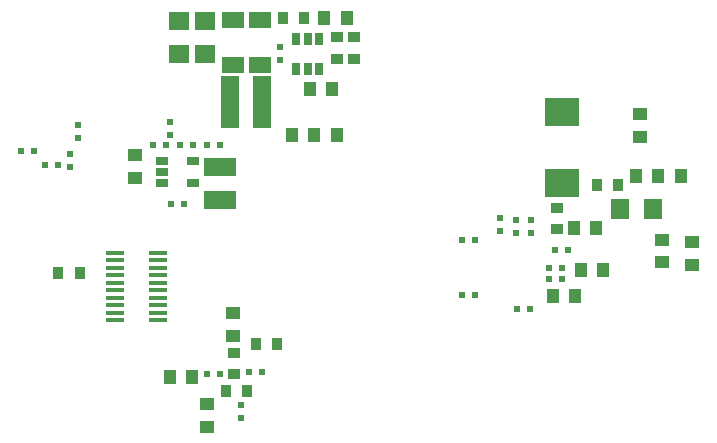
<source format=gbp>
G04 Layer_Color=128*
%FSLAX44Y44*%
%MOMM*%
G71*
G01*
G75*
%ADD11R,1.6000X0.4000*%
%ADD12R,1.6000X0.4000*%
%ADD16R,0.9000X1.0000*%
%ADD17R,1.0000X0.9000*%
%ADD18R,1.3000X1.0000*%
%ADD21R,0.6000X0.6000*%
%ADD23R,0.6000X0.6000*%
%ADD33R,1.0000X1.3000*%
%ADD36R,1.6000X4.5000*%
%ADD37R,3.0000X2.4000*%
%ADD38R,1.8000X1.6000*%
%ADD46R,2.7000X1.6000*%
%ADD48R,1.6000X1.8000*%
%ADD94R,1.9000X1.4000*%
%ADD95R,0.7000X1.0000*%
%ADD96R,1.0000X0.7000*%
%ADD97R,1.0000X0.7000*%
D11*
X132000Y288575D02*
D03*
X168000D02*
D03*
X132000Y282225D02*
D03*
X168000D02*
D03*
X132000Y275875D02*
D03*
X168000D02*
D03*
X132000Y269525D02*
D03*
X168000D02*
D03*
X132000Y263175D02*
D03*
X168000D02*
D03*
D12*
X132000Y256825D02*
D03*
X168000D02*
D03*
X132000Y250475D02*
D03*
X168000D02*
D03*
X132000Y244125D02*
D03*
X168000D02*
D03*
X132000Y237775D02*
D03*
X168000D02*
D03*
Y231425D02*
D03*
X132000D02*
D03*
D16*
X251000Y211000D02*
D03*
X269000D02*
D03*
X292000Y487000D02*
D03*
X274000D02*
D03*
X540000Y346000D02*
D03*
X558000D02*
D03*
X226000Y172000D02*
D03*
X244000D02*
D03*
X102000Y271500D02*
D03*
X84000D02*
D03*
D17*
X233000Y204000D02*
D03*
Y186000D02*
D03*
X506500Y308500D02*
D03*
Y326500D02*
D03*
X334500Y471000D02*
D03*
Y453000D02*
D03*
X320000Y471000D02*
D03*
Y453000D02*
D03*
D18*
X576500Y387000D02*
D03*
Y406000D02*
D03*
X620500Y278500D02*
D03*
Y297500D02*
D03*
X210000Y141500D02*
D03*
Y160500D02*
D03*
X232000Y237500D02*
D03*
Y218500D02*
D03*
X149000Y371000D02*
D03*
Y352000D02*
D03*
X595000Y299500D02*
D03*
Y280500D02*
D03*
D21*
X239000Y149000D02*
D03*
Y160000D02*
D03*
X272000Y452000D02*
D03*
Y463000D02*
D03*
X471750Y305000D02*
D03*
Y316000D02*
D03*
X101000Y386000D02*
D03*
Y397000D02*
D03*
X178500Y399500D02*
D03*
Y388500D02*
D03*
X94000Y361000D02*
D03*
Y372000D02*
D03*
X458000Y306750D02*
D03*
Y317750D02*
D03*
X484000Y316000D02*
D03*
Y305000D02*
D03*
D23*
X256000Y187500D02*
D03*
X245000D02*
D03*
X220500Y186000D02*
D03*
X209500D02*
D03*
X179500Y329500D02*
D03*
X190500D02*
D03*
X72500Y363000D02*
D03*
X83500D02*
D03*
X499000Y276000D02*
D03*
X510000D02*
D03*
X186750Y380000D02*
D03*
X197750D02*
D03*
X220500D02*
D03*
X209500D02*
D03*
X515500Y290750D02*
D03*
X504500D02*
D03*
X436500Y252750D02*
D03*
X425500D02*
D03*
Y299250D02*
D03*
X436500D02*
D03*
X499000Y266000D02*
D03*
X510000D02*
D03*
X472000Y241000D02*
D03*
X483000D02*
D03*
X52000Y375000D02*
D03*
X63000D02*
D03*
X175500Y380000D02*
D03*
X164500D02*
D03*
D33*
X178250Y183500D02*
D03*
X197250D02*
D03*
X592000Y353500D02*
D03*
X611000D02*
D03*
X309000Y487000D02*
D03*
X328000D02*
D03*
X297000Y427000D02*
D03*
X316000D02*
D03*
X521500Y252000D02*
D03*
X502500D02*
D03*
X592000Y353500D02*
D03*
X573000D02*
D03*
X539500Y309500D02*
D03*
X520500D02*
D03*
X545500Y274000D02*
D03*
X526500D02*
D03*
X300500Y388500D02*
D03*
X281500D02*
D03*
X319500D02*
D03*
X300500D02*
D03*
D36*
X256500Y416000D02*
D03*
X229500D02*
D03*
D37*
X510500Y408000D02*
D03*
Y348000D02*
D03*
D38*
X186000Y457000D02*
D03*
Y485000D02*
D03*
X208500D02*
D03*
Y457000D02*
D03*
D46*
X221000Y361000D02*
D03*
Y333000D02*
D03*
D48*
X587500Y326000D02*
D03*
X559500D02*
D03*
D94*
X255000Y448000D02*
D03*
Y486000D02*
D03*
X231500Y448000D02*
D03*
Y486000D02*
D03*
D95*
X295000Y470000D02*
D03*
X285500D02*
D03*
Y444000D02*
D03*
X295000D02*
D03*
X304500D02*
D03*
Y470000D02*
D03*
D96*
X172000Y357000D02*
D03*
Y366500D02*
D03*
X198000Y347500D02*
D03*
Y366500D02*
D03*
D97*
X172000Y347500D02*
D03*
M02*

</source>
